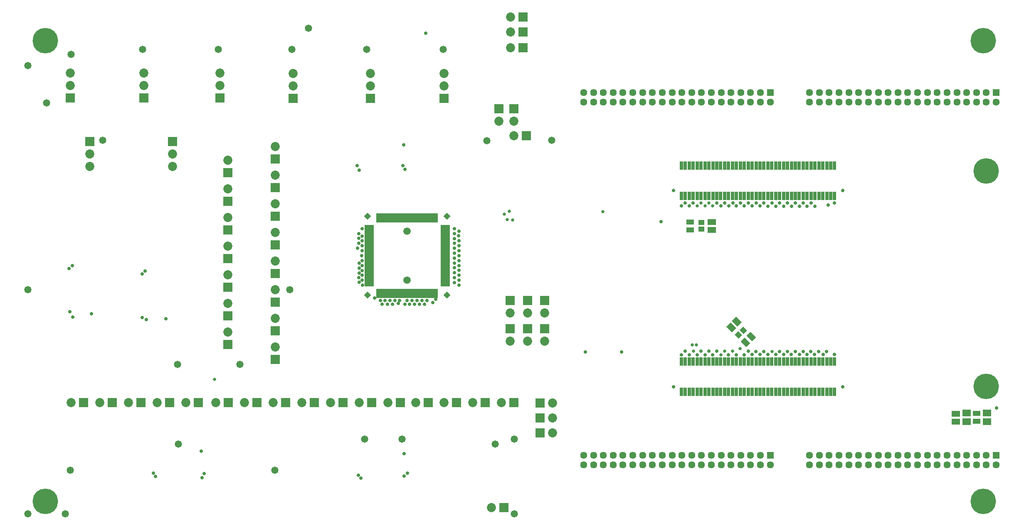
<source format=gbr>
G04*
G04 #@! TF.GenerationSoftware,Altium Limited,Altium Designer,22.4.2 (48)*
G04*
G04 Layer_Color=8388736*
%FSLAX25Y25*%
%MOIN*%
G70*
G04*
G04 #@! TF.SameCoordinates,2DCEC4E4-29E6-4739-8FF7-65C193B2F985*
G04*
G04*
G04 #@! TF.FilePolarity,Negative*
G04*
G01*
G75*
%ADD20P,0.05568X4X270.0*%
%ADD21P,0.05568X4X180.0*%
G04:AMPARAMS|DCode=29|XSize=62.72mil|YSize=43.83mil|CornerRadius=0mil|HoleSize=0mil|Usage=FLASHONLY|Rotation=135.000|XOffset=0mil|YOffset=0mil|HoleType=Round|Shape=Rectangle|*
%AMROTATEDRECTD29*
4,1,4,0.03767,-0.00668,0.00668,-0.03767,-0.03767,0.00668,-0.00668,0.03767,0.03767,-0.00668,0.0*
%
%ADD29ROTATEDRECTD29*%

G04:AMPARAMS|DCode=30|XSize=46.98mil|YSize=38.71mil|CornerRadius=0mil|HoleSize=0mil|Usage=FLASHONLY|Rotation=315.000|XOffset=0mil|YOffset=0mil|HoleType=Round|Shape=Rectangle|*
%AMROTATEDRECTD30*
4,1,4,-0.03029,0.00292,-0.00292,0.03029,0.03029,-0.00292,0.00292,-0.03029,-0.03029,0.00292,0.0*
%
%ADD30ROTATEDRECTD30*%

G04:AMPARAMS|DCode=31|XSize=65.87mil|YSize=48.16mil|CornerRadius=0mil|HoleSize=0mil|Usage=FLASHONLY|Rotation=315.000|XOffset=0mil|YOffset=0mil|HoleType=Round|Shape=Rectangle|*
%AMROTATEDRECTD31*
4,1,4,-0.04032,0.00626,-0.00626,0.04032,0.04032,-0.00626,0.00626,-0.04032,-0.04032,0.00626,0.0*
%
%ADD31ROTATEDRECTD31*%

%ADD32R,0.01981X0.07296*%
%ADD33R,0.07296X0.01981*%
%ADD34R,0.02599X0.06501*%
%ADD35R,0.06587X0.04816*%
%ADD36R,0.06272X0.04383*%
%ADD37R,0.06509X0.05328*%
%ADD38R,0.04698X0.03871*%
%ADD39C,0.05906*%
%ADD40C,0.07296*%
%ADD41R,0.07296X0.07296*%
%ADD42R,0.07296X0.07296*%
%ADD43R,0.05678X0.05678*%
%ADD44C,0.05678*%
%ADD45C,0.02800*%
%ADD46C,0.20485*%
%ADD47C,0.02600*%
%ADD48C,0.05800*%
D20*
X287264Y195600D02*
D03*
X350736Y259073D02*
D03*
D21*
X287264D02*
D03*
X350736Y195600D02*
D03*
D29*
X590217Y157717D02*
D03*
X594783Y162283D02*
D03*
D30*
X588449Y167449D02*
D03*
X584551Y163551D02*
D03*
D31*
X578773Y169773D02*
D03*
X583227Y174227D02*
D03*
D32*
X342622Y196923D02*
D03*
X340653D02*
D03*
X338685D02*
D03*
X336717D02*
D03*
X334748D02*
D03*
X332780D02*
D03*
X330811D02*
D03*
X328842D02*
D03*
X326874D02*
D03*
X324905D02*
D03*
X322937D02*
D03*
X320969D02*
D03*
X319000D02*
D03*
X317032D02*
D03*
X315063D02*
D03*
X313094D02*
D03*
X311126D02*
D03*
X309157D02*
D03*
X307189D02*
D03*
X305221D02*
D03*
X303252D02*
D03*
X301284D02*
D03*
X299315D02*
D03*
X297346D02*
D03*
X295378D02*
D03*
Y257750D02*
D03*
X297346D02*
D03*
X299315D02*
D03*
X301284D02*
D03*
X303252D02*
D03*
X305221D02*
D03*
X307189D02*
D03*
X309157D02*
D03*
X311126D02*
D03*
X313094D02*
D03*
X315063D02*
D03*
X317032D02*
D03*
X319000D02*
D03*
X320969D02*
D03*
X322937D02*
D03*
X324905D02*
D03*
X326874D02*
D03*
X328842D02*
D03*
X330811D02*
D03*
X332780D02*
D03*
X334748D02*
D03*
X336717D02*
D03*
X338685D02*
D03*
X340653D02*
D03*
X342622D02*
D03*
D33*
X288587Y203715D02*
D03*
Y205683D02*
D03*
Y207652D02*
D03*
Y209620D02*
D03*
Y211589D02*
D03*
Y213557D02*
D03*
Y215526D02*
D03*
Y217494D02*
D03*
Y219463D02*
D03*
Y221431D02*
D03*
Y223400D02*
D03*
Y225368D02*
D03*
Y227337D02*
D03*
Y229305D02*
D03*
Y231274D02*
D03*
Y233242D02*
D03*
Y235211D02*
D03*
Y237179D02*
D03*
Y239148D02*
D03*
Y241116D02*
D03*
Y243085D02*
D03*
Y245053D02*
D03*
Y247022D02*
D03*
Y248990D02*
D03*
Y250959D02*
D03*
X349413D02*
D03*
Y248990D02*
D03*
Y247022D02*
D03*
Y245053D02*
D03*
Y243085D02*
D03*
Y241116D02*
D03*
Y239148D02*
D03*
Y237179D02*
D03*
Y235211D02*
D03*
Y233242D02*
D03*
Y231274D02*
D03*
Y229305D02*
D03*
Y227337D02*
D03*
Y225368D02*
D03*
Y223400D02*
D03*
Y221431D02*
D03*
Y219463D02*
D03*
Y217494D02*
D03*
Y215526D02*
D03*
Y213557D02*
D03*
Y211589D02*
D03*
Y209620D02*
D03*
Y207652D02*
D03*
Y205683D02*
D03*
Y203715D02*
D03*
D34*
X538876Y299698D02*
D03*
Y275399D02*
D03*
X542026Y299698D02*
D03*
Y275399D02*
D03*
X545176Y299698D02*
D03*
Y275399D02*
D03*
X548325Y299698D02*
D03*
Y275399D02*
D03*
X551475Y299698D02*
D03*
Y275399D02*
D03*
X554624Y299698D02*
D03*
Y275399D02*
D03*
X557774Y299698D02*
D03*
Y275399D02*
D03*
X560924Y299698D02*
D03*
Y275399D02*
D03*
X564073Y299698D02*
D03*
Y275399D02*
D03*
X567223Y299698D02*
D03*
Y275399D02*
D03*
X570372Y299698D02*
D03*
Y275399D02*
D03*
X573522Y299698D02*
D03*
Y275399D02*
D03*
X576672Y299698D02*
D03*
Y275399D02*
D03*
X579821Y299698D02*
D03*
Y275399D02*
D03*
X582971Y299698D02*
D03*
Y275399D02*
D03*
X586120Y299698D02*
D03*
Y275399D02*
D03*
X589270Y299698D02*
D03*
Y275399D02*
D03*
X592420Y299698D02*
D03*
Y275399D02*
D03*
X595569Y299698D02*
D03*
Y275399D02*
D03*
X598719Y299698D02*
D03*
Y275399D02*
D03*
X601868Y299698D02*
D03*
Y275399D02*
D03*
X605018Y299698D02*
D03*
Y275399D02*
D03*
X608168Y299698D02*
D03*
Y275399D02*
D03*
X611317Y299698D02*
D03*
Y275399D02*
D03*
X614467Y299698D02*
D03*
Y275399D02*
D03*
X617616Y299698D02*
D03*
Y275399D02*
D03*
X620766Y299698D02*
D03*
Y275399D02*
D03*
X623916Y299698D02*
D03*
Y275399D02*
D03*
X627065Y299698D02*
D03*
Y275399D02*
D03*
X630215Y299698D02*
D03*
Y275399D02*
D03*
X633364Y299698D02*
D03*
Y275399D02*
D03*
X636514Y299698D02*
D03*
Y275399D02*
D03*
X639664Y299698D02*
D03*
Y275399D02*
D03*
X642813Y299698D02*
D03*
Y275399D02*
D03*
X645963Y299698D02*
D03*
Y275399D02*
D03*
X649113Y299698D02*
D03*
Y275399D02*
D03*
X652262Y299698D02*
D03*
Y275399D02*
D03*
X655412Y299698D02*
D03*
Y275399D02*
D03*
X658561Y299698D02*
D03*
Y275399D02*
D03*
X661711Y299698D02*
D03*
Y275399D02*
D03*
Y117919D02*
D03*
Y142218D02*
D03*
X658561Y117919D02*
D03*
Y142218D02*
D03*
X655412Y117919D02*
D03*
Y142218D02*
D03*
X652262Y117919D02*
D03*
Y142218D02*
D03*
X649113Y117919D02*
D03*
Y142218D02*
D03*
X645963Y117919D02*
D03*
Y142218D02*
D03*
X642813Y117919D02*
D03*
Y142218D02*
D03*
X639664Y117919D02*
D03*
Y142218D02*
D03*
X636514Y117919D02*
D03*
Y142218D02*
D03*
X633364Y117919D02*
D03*
Y142218D02*
D03*
X630215Y117919D02*
D03*
Y142218D02*
D03*
X627065Y117919D02*
D03*
Y142218D02*
D03*
X623916Y117919D02*
D03*
Y142218D02*
D03*
X620766Y117919D02*
D03*
Y142218D02*
D03*
X617616Y117919D02*
D03*
Y142218D02*
D03*
X614467Y117919D02*
D03*
Y142218D02*
D03*
X611317Y117919D02*
D03*
Y142218D02*
D03*
X608168Y117919D02*
D03*
Y142218D02*
D03*
X605018Y117919D02*
D03*
Y142218D02*
D03*
X601868Y117919D02*
D03*
Y142218D02*
D03*
X598719Y117919D02*
D03*
Y142218D02*
D03*
X595569Y117919D02*
D03*
Y142218D02*
D03*
X592420Y117919D02*
D03*
Y142218D02*
D03*
X589270Y117919D02*
D03*
Y142218D02*
D03*
X586120Y117919D02*
D03*
Y142218D02*
D03*
X582971Y117919D02*
D03*
Y142218D02*
D03*
X579821Y117919D02*
D03*
Y142218D02*
D03*
X576672Y117919D02*
D03*
Y142218D02*
D03*
X573522Y117919D02*
D03*
Y142218D02*
D03*
X570372Y117919D02*
D03*
Y142218D02*
D03*
X567223Y117919D02*
D03*
Y142218D02*
D03*
X564073Y117919D02*
D03*
Y142218D02*
D03*
X560924Y117919D02*
D03*
Y142218D02*
D03*
X557774Y117919D02*
D03*
Y142218D02*
D03*
X554624Y117919D02*
D03*
Y142218D02*
D03*
X551475Y117919D02*
D03*
Y142218D02*
D03*
X548325Y117919D02*
D03*
Y142218D02*
D03*
X545176Y117919D02*
D03*
Y142218D02*
D03*
X542026Y117919D02*
D03*
Y142218D02*
D03*
X538876Y117919D02*
D03*
Y142218D02*
D03*
D35*
X758750Y93992D02*
D03*
Y100291D02*
D03*
X563379Y247837D02*
D03*
Y254136D02*
D03*
D36*
X546000Y254352D02*
D03*
Y247896D02*
D03*
X775500Y100728D02*
D03*
Y94272D02*
D03*
D37*
X767500Y93957D02*
D03*
Y101043D02*
D03*
X784000Y93957D02*
D03*
Y101043D02*
D03*
D38*
X554750Y253976D02*
D03*
Y248465D02*
D03*
D39*
X319000Y247022D02*
D03*
Y207652D02*
D03*
D40*
X130908Y299101D02*
D03*
Y309101D02*
D03*
X404452Y323500D02*
D03*
X169000Y374000D02*
D03*
Y364000D02*
D03*
X49000Y374000D02*
D03*
Y364000D02*
D03*
X227629Y363545D02*
D03*
Y373545D02*
D03*
X371500Y109337D02*
D03*
X213279Y153918D02*
D03*
Y176918D02*
D03*
Y199917D02*
D03*
Y222918D02*
D03*
X108000Y374000D02*
D03*
Y364000D02*
D03*
X394500Y109337D02*
D03*
X348500D02*
D03*
X325852D02*
D03*
X401889Y394428D02*
D03*
X401852Y418980D02*
D03*
X401886Y406819D02*
D03*
X404452Y335446D02*
D03*
X392452D02*
D03*
X386500Y25000D02*
D03*
X435505Y84983D02*
D03*
Y108913D02*
D03*
Y96983D02*
D03*
X72500Y109337D02*
D03*
X415422Y158615D02*
D03*
Y181139D02*
D03*
X401479D02*
D03*
Y158615D02*
D03*
X141500Y109337D02*
D03*
X165500D02*
D03*
X95500D02*
D03*
X118500D02*
D03*
X213279Y268917D02*
D03*
X175336Y257965D02*
D03*
X289500Y373500D02*
D03*
Y363500D02*
D03*
X348500Y373500D02*
D03*
Y363500D02*
D03*
X303500Y109337D02*
D03*
X175336Y211965D02*
D03*
X429103Y158615D02*
D03*
Y181139D02*
D03*
X213279Y245918D02*
D03*
X175336Y303965D02*
D03*
Y280965D02*
D03*
X64437Y299101D02*
D03*
Y309101D02*
D03*
X213279Y291917D02*
D03*
X49500Y109337D02*
D03*
X188500D02*
D03*
X280500D02*
D03*
X257500D02*
D03*
X234500D02*
D03*
X211500D02*
D03*
X213279Y314917D02*
D03*
X175336Y165965D02*
D03*
Y188965D02*
D03*
Y234965D02*
D03*
D41*
X130908Y319101D02*
D03*
X169000Y354000D02*
D03*
X49000D02*
D03*
X227629Y353545D02*
D03*
X213279Y143918D02*
D03*
Y166918D02*
D03*
Y189918D02*
D03*
Y212917D02*
D03*
X108000Y354000D02*
D03*
X404452Y345446D02*
D03*
X392452D02*
D03*
X415422Y168615D02*
D03*
Y191139D02*
D03*
X401479D02*
D03*
Y168615D02*
D03*
X213279Y258917D02*
D03*
X175336Y247965D02*
D03*
X289500Y353500D02*
D03*
X348500D02*
D03*
X175336Y201965D02*
D03*
X429103Y168615D02*
D03*
Y191139D02*
D03*
X213279Y235917D02*
D03*
X175336Y293965D02*
D03*
Y270965D02*
D03*
X64437Y319101D02*
D03*
X213279Y281918D02*
D03*
Y304918D02*
D03*
X175336Y155965D02*
D03*
Y178965D02*
D03*
Y224965D02*
D03*
D42*
X414452Y323500D02*
D03*
X381500Y109337D02*
D03*
X404500D02*
D03*
X358500D02*
D03*
X335852D02*
D03*
X411889Y394428D02*
D03*
X411852Y418980D02*
D03*
X411886Y406819D02*
D03*
X396500Y25000D02*
D03*
X425505Y84983D02*
D03*
Y108913D02*
D03*
Y96983D02*
D03*
X82500Y109337D02*
D03*
X151500D02*
D03*
X175500D02*
D03*
X105500D02*
D03*
X128500D02*
D03*
X313500D02*
D03*
X59500D02*
D03*
X198500D02*
D03*
X290500D02*
D03*
X267500D02*
D03*
X244500D02*
D03*
X221500D02*
D03*
D43*
X791227Y67088D02*
D03*
X610124Y358427D02*
D03*
X791227D02*
D03*
X610124Y67088D02*
D03*
D44*
X791227Y59214D02*
D03*
X783353Y67088D02*
D03*
Y59214D02*
D03*
X775479Y67088D02*
D03*
Y59214D02*
D03*
X767605Y67088D02*
D03*
Y59214D02*
D03*
X759731Y67088D02*
D03*
Y59214D02*
D03*
X751857Y67088D02*
D03*
Y59214D02*
D03*
X743983Y67088D02*
D03*
Y59214D02*
D03*
X736109Y67088D02*
D03*
Y59214D02*
D03*
X728235Y67088D02*
D03*
Y59214D02*
D03*
X720361Y67088D02*
D03*
Y59214D02*
D03*
X712487Y67088D02*
D03*
Y59214D02*
D03*
X704613Y67088D02*
D03*
Y59214D02*
D03*
X696739Y67088D02*
D03*
Y59214D02*
D03*
X688865Y67088D02*
D03*
Y59214D02*
D03*
X680991Y67088D02*
D03*
Y59214D02*
D03*
X673116Y67088D02*
D03*
Y59214D02*
D03*
X665242Y67088D02*
D03*
Y59214D02*
D03*
X657368Y67088D02*
D03*
Y59214D02*
D03*
X649494Y67088D02*
D03*
Y59214D02*
D03*
X641620Y67088D02*
D03*
Y59214D02*
D03*
X610124Y350553D02*
D03*
X602250Y358427D02*
D03*
Y350553D02*
D03*
X594376Y358427D02*
D03*
Y350553D02*
D03*
X586502Y358427D02*
D03*
Y350553D02*
D03*
X578628Y358427D02*
D03*
Y350553D02*
D03*
X570754Y358427D02*
D03*
Y350553D02*
D03*
X562880Y358427D02*
D03*
Y350553D02*
D03*
X555006Y358427D02*
D03*
Y350553D02*
D03*
X547132Y358427D02*
D03*
Y350553D02*
D03*
X539258Y358427D02*
D03*
Y350553D02*
D03*
X531384Y358427D02*
D03*
Y350553D02*
D03*
X523510Y358427D02*
D03*
Y350553D02*
D03*
X515636Y358427D02*
D03*
Y350553D02*
D03*
X507762Y358427D02*
D03*
Y350553D02*
D03*
X499888Y358427D02*
D03*
Y350553D02*
D03*
X492014Y358427D02*
D03*
Y350553D02*
D03*
X484140Y358427D02*
D03*
Y350553D02*
D03*
X476266Y358427D02*
D03*
Y350553D02*
D03*
X468392Y358427D02*
D03*
Y350553D02*
D03*
X460518Y358427D02*
D03*
Y350553D02*
D03*
X791227D02*
D03*
X783353Y358427D02*
D03*
Y350553D02*
D03*
X775479Y358427D02*
D03*
Y350553D02*
D03*
X767605Y358427D02*
D03*
Y350553D02*
D03*
X759731Y358427D02*
D03*
Y350553D02*
D03*
X751857Y358427D02*
D03*
Y350553D02*
D03*
X743983Y358427D02*
D03*
Y350553D02*
D03*
X736109Y358427D02*
D03*
Y350553D02*
D03*
X728235Y358427D02*
D03*
Y350553D02*
D03*
X720361Y358427D02*
D03*
Y350553D02*
D03*
X712487Y358427D02*
D03*
Y350553D02*
D03*
X704613Y358427D02*
D03*
Y350553D02*
D03*
X696739Y358427D02*
D03*
Y350553D02*
D03*
X688865Y358427D02*
D03*
Y350553D02*
D03*
X680991Y358427D02*
D03*
Y350553D02*
D03*
X673116Y358427D02*
D03*
Y350553D02*
D03*
X665242Y358427D02*
D03*
Y350553D02*
D03*
X657368Y358427D02*
D03*
Y350553D02*
D03*
X649494Y358427D02*
D03*
Y350553D02*
D03*
X641620Y358427D02*
D03*
Y350553D02*
D03*
X460518Y59214D02*
D03*
Y67088D02*
D03*
X468392Y59214D02*
D03*
Y67088D02*
D03*
X476266Y59214D02*
D03*
Y67088D02*
D03*
X484140Y59214D02*
D03*
Y67088D02*
D03*
X492014Y59214D02*
D03*
Y67088D02*
D03*
X499888Y59214D02*
D03*
Y67088D02*
D03*
X507762Y59214D02*
D03*
Y67088D02*
D03*
X515636Y59214D02*
D03*
Y67088D02*
D03*
X523510Y59214D02*
D03*
Y67088D02*
D03*
X531384Y59214D02*
D03*
Y67088D02*
D03*
X539258Y59214D02*
D03*
Y67088D02*
D03*
X547132Y59214D02*
D03*
Y67088D02*
D03*
X555006Y59214D02*
D03*
Y67088D02*
D03*
X562880Y59214D02*
D03*
Y67088D02*
D03*
X570754Y59214D02*
D03*
Y67088D02*
D03*
X578628Y59214D02*
D03*
Y67088D02*
D03*
X586502Y59214D02*
D03*
Y67088D02*
D03*
X594376Y59214D02*
D03*
Y67088D02*
D03*
X602250Y59214D02*
D03*
Y67088D02*
D03*
X610124Y59214D02*
D03*
D45*
X532427Y279549D02*
D03*
X668160D02*
D03*
Y122069D02*
D03*
X532427D02*
D03*
X317050Y296766D02*
D03*
X551475Y147774D02*
D03*
X614500Y148000D02*
D03*
X567241Y150568D02*
D03*
X561020D02*
D03*
X522425Y254500D02*
D03*
X538858Y267334D02*
D03*
X545138D02*
D03*
X109877Y176000D02*
D03*
X280700Y296000D02*
D03*
X656500Y268000D02*
D03*
X554624Y150568D02*
D03*
X557774Y147774D02*
D03*
X583000Y147768D02*
D03*
X592500Y150568D02*
D03*
X791500Y105000D02*
D03*
X491000Y150000D02*
D03*
X462000D02*
D03*
X280000Y51000D02*
D03*
X282000Y48500D02*
D03*
X106500Y177700D02*
D03*
X48535Y182454D02*
D03*
X106411Y212512D02*
D03*
X316221Y316400D02*
D03*
X66035Y180754D02*
D03*
X627000Y148000D02*
D03*
X542041Y150568D02*
D03*
X339574Y189569D02*
D03*
X282854Y219292D02*
D03*
X115497Y52469D02*
D03*
X117379Y49889D02*
D03*
X541996Y269751D02*
D03*
X315500Y299500D02*
D03*
X283206Y203783D02*
D03*
X283000Y207647D02*
D03*
X293000Y193237D02*
D03*
X280407Y205812D02*
D03*
X283000Y231252D02*
D03*
X282428Y227328D02*
D03*
X604996Y269751D02*
D03*
X598796D02*
D03*
X595583Y267334D02*
D03*
X601832D02*
D03*
X573496Y269751D02*
D03*
X576935Y267334D02*
D03*
X570396D02*
D03*
X580098Y269751D02*
D03*
X360500Y239126D02*
D03*
X360329Y243234D02*
D03*
X360500Y247000D02*
D03*
X356918Y205683D02*
D03*
X360500Y203693D02*
D03*
X356918Y209620D02*
D03*
X360500Y207630D02*
D03*
X356918Y213557D02*
D03*
X360500Y211567D02*
D03*
X356918Y217494D02*
D03*
X360500Y215504D02*
D03*
X356918Y221431D02*
D03*
X360500Y219441D02*
D03*
X356918Y225368D02*
D03*
X360500Y223378D02*
D03*
X356918Y229305D02*
D03*
X360500Y227315D02*
D03*
X356918Y233242D02*
D03*
X360500Y231252D02*
D03*
X356918Y237179D02*
D03*
X360500Y235189D02*
D03*
X356918Y241116D02*
D03*
Y245053D02*
D03*
Y248990D02*
D03*
X282929Y235282D02*
D03*
X297415Y191337D02*
D03*
X301367D02*
D03*
X50839Y177804D02*
D03*
X108896Y214999D02*
D03*
X316591Y50160D02*
D03*
X154000Y70191D02*
D03*
X642796Y269751D02*
D03*
X589283Y267334D02*
D03*
X582983D02*
D03*
X611598Y269751D02*
D03*
X548296D02*
D03*
X567296D02*
D03*
X342000Y192254D02*
D03*
X335000Y191337D02*
D03*
X330900D02*
D03*
X280599Y213422D02*
D03*
X283011Y248979D02*
D03*
X298980Y188317D02*
D03*
X303187Y188337D02*
D03*
X305167Y191337D02*
D03*
X307108Y188337D02*
D03*
X309049Y191337D02*
D03*
X311991Y188846D02*
D03*
X313026Y191337D02*
D03*
X317084Y188420D02*
D03*
X329000Y188337D02*
D03*
X333000D02*
D03*
X283000Y215389D02*
D03*
X154546Y48841D02*
D03*
X279169Y233395D02*
D03*
X661500Y148000D02*
D03*
X279000Y299500D02*
D03*
X617713Y150356D02*
D03*
X630241D02*
D03*
X605041D02*
D03*
X636496D02*
D03*
X624000D02*
D03*
X642629D02*
D03*
X598696D02*
D03*
X655188D02*
D03*
X633441Y148000D02*
D03*
X639696D02*
D03*
X649000Y150356D02*
D03*
X645629Y148000D02*
D03*
X652500D02*
D03*
X621029Y147956D02*
D03*
X545220Y147768D02*
D03*
X608241Y147956D02*
D03*
X601841D02*
D03*
X595496D02*
D03*
X592496Y269751D02*
D03*
X586196D02*
D03*
X661696D02*
D03*
X620796Y266851D02*
D03*
X623896Y269751D02*
D03*
X639696Y266851D02*
D03*
X633396D02*
D03*
X630196Y269751D02*
D03*
X636496D02*
D03*
X334000Y406000D02*
D03*
X283011Y243074D02*
D03*
Y239137D02*
D03*
X283000Y223247D02*
D03*
X280105Y245064D02*
D03*
Y241127D02*
D03*
X125522Y176522D02*
D03*
X50433Y219424D02*
D03*
X47964Y216920D02*
D03*
X319000Y191337D02*
D03*
X326937Y191400D02*
D03*
X323000Y191337D02*
D03*
X280599Y221296D02*
D03*
X156214Y52162D02*
D03*
X319191Y52549D02*
D03*
X316591Y68160D02*
D03*
X576596Y147680D02*
D03*
X280105Y237190D02*
D03*
X280599Y217231D02*
D03*
X283000Y211580D02*
D03*
X280313Y209739D02*
D03*
X325000Y188337D02*
D03*
X321000D02*
D03*
X538941Y147768D02*
D03*
X645996Y266851D02*
D03*
X564020Y147768D02*
D03*
X589196Y147781D02*
D03*
X617596Y269751D02*
D03*
X614496Y266851D02*
D03*
X608196D02*
D03*
X627096D02*
D03*
D46*
X783353Y122206D02*
D03*
Y295435D02*
D03*
X29000Y400000D02*
D03*
Y30000D02*
D03*
X781000D02*
D03*
Y400000D02*
D03*
D47*
X585847Y152595D02*
D03*
X476000Y262500D02*
D03*
X547500Y155500D02*
D03*
X550951Y155637D02*
D03*
X548420Y150568D02*
D03*
X611409Y150356D02*
D03*
X580034Y150568D02*
D03*
X573500D02*
D03*
X570500Y147768D02*
D03*
X401000Y262800D02*
D03*
X551500Y267334D02*
D03*
X564000D02*
D03*
X554500Y269751D02*
D03*
X557754Y267334D02*
D03*
X561000Y269751D02*
D03*
X397000Y260500D02*
D03*
X164500Y128000D02*
D03*
X403500Y256000D02*
D03*
X399300Y256200D02*
D03*
D48*
X348000Y393000D02*
D03*
X185000Y140000D02*
D03*
X435000Y320000D02*
D03*
X405000Y80000D02*
D03*
Y20000D02*
D03*
X315000Y80000D02*
D03*
X285000D02*
D03*
X240000Y410000D02*
D03*
X225000Y200000D02*
D03*
X135000Y140000D02*
D03*
X75000Y320000D02*
D03*
X45000Y20000D02*
D03*
X15000Y380000D02*
D03*
X30000Y350000D02*
D03*
X15000Y200000D02*
D03*
Y20000D02*
D03*
X135495Y76000D02*
D03*
X389500D02*
D03*
X213000Y55000D02*
D03*
X383000Y319500D02*
D03*
X286500Y393000D02*
D03*
X49500Y389000D02*
D03*
X107000Y393000D02*
D03*
X167500D02*
D03*
X226500D02*
D03*
X49000Y55000D02*
D03*
M02*

</source>
